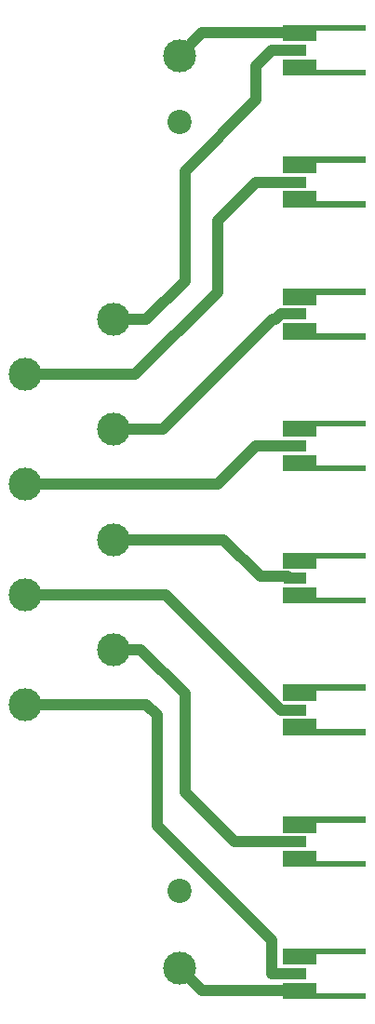
<source format=gtl>
G04 #@! TF.GenerationSoftware,KiCad,Pcbnew,(5.1.6-0-10_14)*
G04 #@! TF.CreationDate,2020-08-04T00:19:05+09:00*
G04 #@! TF.ProjectId,teabiscuits_electrode_interface,74656162-6973-4637-9569-74735f656c65,rev?*
G04 #@! TF.SameCoordinates,Original*
G04 #@! TF.FileFunction,Copper,L1,Top*
G04 #@! TF.FilePolarity,Positive*
%FSLAX46Y46*%
G04 Gerber Fmt 4.6, Leading zero omitted, Abs format (unit mm)*
G04 Created by KiCad (PCBNEW (5.1.6-0-10_14)) date 2020-08-04 00:19:05*
%MOMM*%
%LPD*%
G01*
G04 APERTURE LIST*
G04 #@! TA.AperFunction,SMDPad,CuDef*
%ADD10C,0.100000*%
G04 #@! TD*
G04 #@! TA.AperFunction,SMDPad,CuDef*
%ADD11R,2.100000X1.100000*%
G04 #@! TD*
G04 #@! TA.AperFunction,ComponentPad*
%ADD12C,3.000000*%
G04 #@! TD*
G04 #@! TA.AperFunction,ViaPad*
%ADD13C,2.200000*%
G04 #@! TD*
G04 #@! TA.AperFunction,Conductor*
%ADD14C,1.000000*%
G04 #@! TD*
G04 APERTURE END LIST*
G04 #@! TA.AperFunction,SMDPad,CuDef*
D10*
G36*
X137450000Y-42200000D02*
G01*
X144950000Y-42200000D01*
X144950000Y-42750000D01*
X140450000Y-42750000D01*
X140450000Y-43680000D01*
X137450000Y-43680000D01*
X137450000Y-42200000D01*
G37*
G04 #@! TD.AperFunction*
G04 #@! TA.AperFunction,SMDPad,CuDef*
G36*
X137450000Y-45320000D02*
G01*
X140450000Y-45320000D01*
X140450000Y-46250000D01*
X144950000Y-46250000D01*
X144950000Y-46800000D01*
X137450000Y-46800000D01*
X137450000Y-45320000D01*
G37*
G04 #@! TD.AperFunction*
D11*
X138500000Y-44500000D03*
D12*
X128000000Y-128000000D03*
X128000000Y-45000000D03*
G04 #@! TA.AperFunction,SMDPad,CuDef*
D10*
G36*
X137450000Y-126200000D02*
G01*
X144950000Y-126200000D01*
X144950000Y-126750000D01*
X140450000Y-126750000D01*
X140450000Y-127680000D01*
X137450000Y-127680000D01*
X137450000Y-126200000D01*
G37*
G04 #@! TD.AperFunction*
G04 #@! TA.AperFunction,SMDPad,CuDef*
G36*
X137450000Y-129320000D02*
G01*
X140450000Y-129320000D01*
X140450000Y-130250000D01*
X144950000Y-130250000D01*
X144950000Y-130800000D01*
X137450000Y-130800000D01*
X137450000Y-129320000D01*
G37*
G04 #@! TD.AperFunction*
D11*
X138500000Y-128500000D03*
G04 #@! TA.AperFunction,SMDPad,CuDef*
D10*
G36*
X137450000Y-114200000D02*
G01*
X144950000Y-114200000D01*
X144950000Y-114750000D01*
X140450000Y-114750000D01*
X140450000Y-115680000D01*
X137450000Y-115680000D01*
X137450000Y-114200000D01*
G37*
G04 #@! TD.AperFunction*
G04 #@! TA.AperFunction,SMDPad,CuDef*
G36*
X137450000Y-117320000D02*
G01*
X140450000Y-117320000D01*
X140450000Y-118250000D01*
X144950000Y-118250000D01*
X144950000Y-118800000D01*
X137450000Y-118800000D01*
X137450000Y-117320000D01*
G37*
G04 #@! TD.AperFunction*
D11*
X138500000Y-116500000D03*
G04 #@! TA.AperFunction,SMDPad,CuDef*
D10*
G36*
X137450000Y-102200000D02*
G01*
X144950000Y-102200000D01*
X144950000Y-102750000D01*
X140450000Y-102750000D01*
X140450000Y-103680000D01*
X137450000Y-103680000D01*
X137450000Y-102200000D01*
G37*
G04 #@! TD.AperFunction*
G04 #@! TA.AperFunction,SMDPad,CuDef*
G36*
X137450000Y-105320000D02*
G01*
X140450000Y-105320000D01*
X140450000Y-106250000D01*
X144950000Y-106250000D01*
X144950000Y-106800000D01*
X137450000Y-106800000D01*
X137450000Y-105320000D01*
G37*
G04 #@! TD.AperFunction*
D11*
X138500000Y-104500000D03*
G04 #@! TA.AperFunction,SMDPad,CuDef*
D10*
G36*
X137450000Y-90200000D02*
G01*
X144950000Y-90200000D01*
X144950000Y-90750000D01*
X140450000Y-90750000D01*
X140450000Y-91680000D01*
X137450000Y-91680000D01*
X137450000Y-90200000D01*
G37*
G04 #@! TD.AperFunction*
G04 #@! TA.AperFunction,SMDPad,CuDef*
G36*
X137450000Y-93320000D02*
G01*
X140450000Y-93320000D01*
X140450000Y-94250000D01*
X144950000Y-94250000D01*
X144950000Y-94800000D01*
X137450000Y-94800000D01*
X137450000Y-93320000D01*
G37*
G04 #@! TD.AperFunction*
D11*
X138500000Y-92500000D03*
G04 #@! TA.AperFunction,SMDPad,CuDef*
D10*
G36*
X137450000Y-78200000D02*
G01*
X144950000Y-78200000D01*
X144950000Y-78750000D01*
X140450000Y-78750000D01*
X140450000Y-79680000D01*
X137450000Y-79680000D01*
X137450000Y-78200000D01*
G37*
G04 #@! TD.AperFunction*
G04 #@! TA.AperFunction,SMDPad,CuDef*
G36*
X137450000Y-81320000D02*
G01*
X140450000Y-81320000D01*
X140450000Y-82250000D01*
X144950000Y-82250000D01*
X144950000Y-82800000D01*
X137450000Y-82800000D01*
X137450000Y-81320000D01*
G37*
G04 #@! TD.AperFunction*
D11*
X138500000Y-80500000D03*
G04 #@! TA.AperFunction,SMDPad,CuDef*
D10*
G36*
X137450000Y-66200000D02*
G01*
X144950000Y-66200000D01*
X144950000Y-66750000D01*
X140450000Y-66750000D01*
X140450000Y-67680000D01*
X137450000Y-67680000D01*
X137450000Y-66200000D01*
G37*
G04 #@! TD.AperFunction*
G04 #@! TA.AperFunction,SMDPad,CuDef*
G36*
X137450000Y-69320000D02*
G01*
X140450000Y-69320000D01*
X140450000Y-70250000D01*
X144950000Y-70250000D01*
X144950000Y-70800000D01*
X137450000Y-70800000D01*
X137450000Y-69320000D01*
G37*
G04 #@! TD.AperFunction*
D11*
X138500000Y-68500000D03*
G04 #@! TA.AperFunction,SMDPad,CuDef*
D10*
G36*
X137450000Y-54200000D02*
G01*
X144950000Y-54200000D01*
X144950000Y-54750000D01*
X140450000Y-54750000D01*
X140450000Y-55680000D01*
X137450000Y-55680000D01*
X137450000Y-54200000D01*
G37*
G04 #@! TD.AperFunction*
G04 #@! TA.AperFunction,SMDPad,CuDef*
G36*
X137450000Y-57320000D02*
G01*
X140450000Y-57320000D01*
X140450000Y-58250000D01*
X144950000Y-58250000D01*
X144950000Y-58800000D01*
X137450000Y-58800000D01*
X137450000Y-57320000D01*
G37*
G04 #@! TD.AperFunction*
D11*
X138500000Y-56500000D03*
D12*
X114000000Y-104000000D03*
X122000000Y-99000000D03*
X114000000Y-94000000D03*
X122000000Y-89000000D03*
X114000000Y-84000000D03*
X122000000Y-79000000D03*
X114000000Y-74000000D03*
X122000000Y-69000000D03*
D13*
X128000000Y-121000000D03*
X128000000Y-51000000D03*
D14*
X125000000Y-69000000D02*
X122000000Y-69000000D01*
X128500000Y-65500000D02*
X125000000Y-69000000D01*
X128500000Y-65500000D02*
X128500000Y-55500000D01*
X128500000Y-55500000D02*
X135000000Y-49000000D01*
X135000000Y-45950000D02*
X135000000Y-49000000D01*
X136450000Y-44500000D02*
X135000000Y-45950000D01*
X138500000Y-44500000D02*
X136450000Y-44500000D01*
X131500000Y-60000000D02*
X135000000Y-56500000D01*
X135000000Y-56500000D02*
X138500000Y-56500000D01*
X131500000Y-66500000D02*
X131500000Y-60000000D01*
X114000000Y-74000000D02*
X124000000Y-74000000D01*
X124000000Y-74000000D02*
X131500000Y-66500000D01*
X136780034Y-69000000D02*
X137280034Y-68500000D01*
X137280034Y-68500000D02*
X138500000Y-68500000D01*
X136500000Y-69000000D02*
X136780034Y-69000000D01*
X126500000Y-79000000D02*
X136500000Y-69000000D01*
X122000000Y-79000000D02*
X126500000Y-79000000D01*
X138500000Y-80500000D02*
X135000000Y-80500000D01*
X135000000Y-80500000D02*
X131500000Y-84000000D01*
X131500000Y-84000000D02*
X114000000Y-84000000D01*
X137880010Y-92380010D02*
X135380010Y-92380010D01*
X138500000Y-92500000D02*
X138000000Y-92500000D01*
X138000000Y-92500000D02*
X137880010Y-92380010D01*
X132000000Y-89000000D02*
X122000000Y-89000000D01*
X135380010Y-92380010D02*
X132000000Y-89000000D01*
X114777817Y-94000000D02*
X114000000Y-94000000D01*
X126780034Y-94000000D02*
X114777817Y-94000000D01*
X137280034Y-104500000D02*
X126780034Y-94000000D01*
X138500000Y-104500000D02*
X137280034Y-104500000D01*
X133000000Y-116500000D02*
X138500000Y-116500000D01*
X128500000Y-103000000D02*
X128500000Y-112000000D01*
X122000000Y-99000000D02*
X124500000Y-99000000D01*
X128500000Y-112000000D02*
X133000000Y-116500000D01*
X124500000Y-99000000D02*
X128500000Y-103000000D01*
X114000000Y-104000000D02*
X125000000Y-104000000D01*
X125000000Y-104000000D02*
X126000000Y-105000000D01*
X136450000Y-125450000D02*
X136450000Y-128500000D01*
X126000000Y-105000000D02*
X126000000Y-115000000D01*
X136450000Y-128500000D02*
X138500000Y-128500000D01*
X126000000Y-115000000D02*
X136450000Y-125450000D01*
X130060000Y-130060000D02*
X128000000Y-128000000D01*
X138950000Y-130060000D02*
X130060000Y-130060000D01*
X130060000Y-42940000D02*
X128000000Y-45000000D01*
X138950000Y-42940000D02*
X130060000Y-42940000D01*
M02*

</source>
